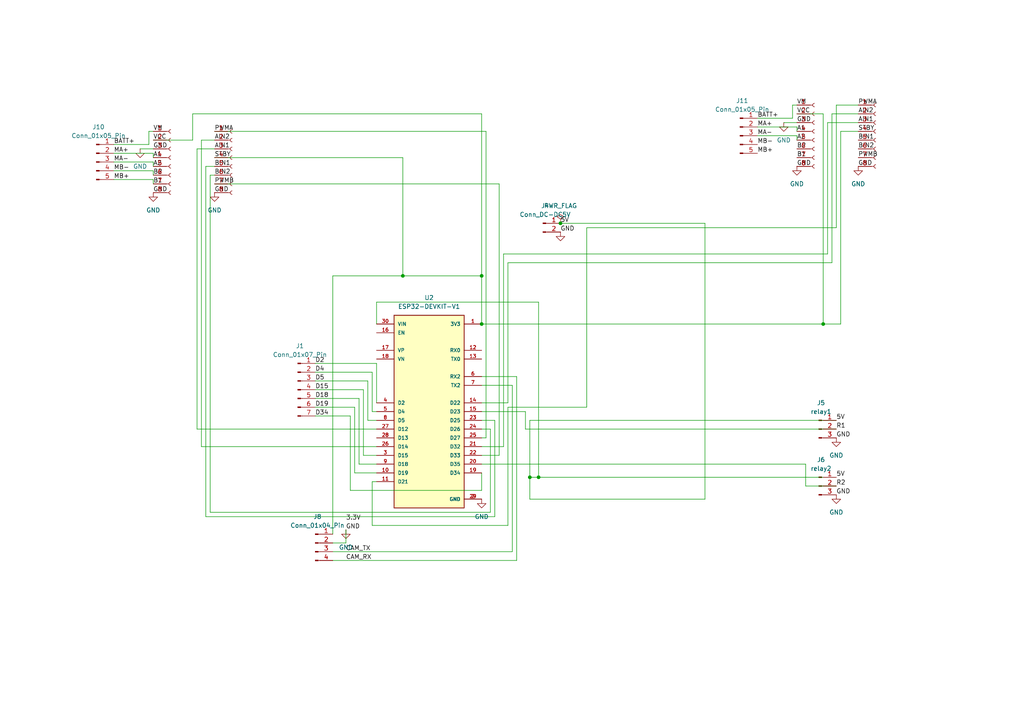
<source format=kicad_sch>
(kicad_sch (version 20250114) (generator "eeschema") (generator_version "9.0")
  (paper "A4")
  (title_block (title "quiche industrielle pcb") (date "09/03/2025") (company "quiche industrielle") (comment 1 "KAITO HUSKY"))
  (lib_symbols
    (symbol "Connector:Conn_01x02_Pin" (pin_names (offset 1.016) (hide yes))
      (property "Reference" "J" (at 0 2.54 0))
      (property "Value" "Conn_01x02_Pin" (at 0 -5.08 0))
      (symbol "Conn_01x02_Pin_1_1"
        (rectangle (start 0.8636 0.127) (end 0 -0.127) (stroke (width 0.1524)) (fill (type outline)))
        (rectangle (start 0.8636 -2.413) (end 0 -2.667) (stroke (width 0.1524)) (fill (type outline)))
        (polyline (pts (xy 1.27 0) (xy 0.8636 0)) (stroke (width 0.1524)))
        (polyline (pts (xy 1.27 -2.54) (xy 0.8636 -2.54)) (stroke (width 0.1524)))
        (pin passive line (at 5.08 0 180) (length 3.81) (name "Pin_1") (number "1"))
        (pin passive line (at 5.08 -2.54 180) (length 3.81) (name "Pin_2") (number "2"))
      )
    )
    (symbol "Connector:Conn_01x03_Pin" (pin_names (offset 1.016) (hide yes))
      (property "Reference" "J" (at 0 5.08 0))
      (property "Value" "Conn_01x03_Pin" (at 0 -5.08 0))
      (symbol "Conn_01x03_Pin_1_1"
        (rectangle (start 0.8636 2.667) (end 0 2.413) (stroke (width 0.1524)) (fill (type outline)))
        (rectangle (start 0.8636 0.127) (end 0 -0.127) (stroke (width 0.1524)) (fill (type outline)))
        (rectangle (start 0.8636 -2.413) (end 0 -2.667) (stroke (width 0.1524)) (fill (type outline)))
        (polyline (pts (xy 1.27 2.54) (xy 0.8636 2.54)) (stroke (width 0.1524)))
        (polyline (pts (xy 1.27 0) (xy 0.8636 0)) (stroke (width 0.1524)))
        (polyline (pts (xy 1.27 -2.54) (xy 0.8636 -2.54)) (stroke (width 0.1524)))
        (pin passive line (at 5.08 2.54 180) (length 3.81) (name "Pin_1") (number "1"))
        (pin passive line (at 5.08 0 180) (length 3.81) (name "Pin_2") (number "2"))
        (pin passive line (at 5.08 -2.54 180) (length 3.81) (name "Pin_3") (number "3"))
      )
    )
    (symbol "Connector:Conn_01x04_Pin" (pin_names (offset 1.016) (hide yes))
      (property "Reference" "J" (at 0 5.08 0))
      (property "Value" "Conn_01x04_Pin" (at 0 -7.62 0))
      (symbol "Conn_01x04_Pin_1_1"
        (rectangle (start 0.8636 2.667) (end 0 2.413) (stroke (width 0.1524)) (fill (type outline)))
        (rectangle (start 0.8636 0.127) (end 0 -0.127) (stroke (width 0.1524)) (fill (type outline)))
        (rectangle (start 0.8636 -2.413) (end 0 -2.667) (stroke (width 0.1524)) (fill (type outline)))
        (rectangle (start 0.8636 -4.953) (end 0 -5.207) (stroke (width 0.1524)) (fill (type outline)))
        (polyline (pts (xy 1.27 2.54) (xy 0.8636 2.54)) (stroke (width 0.1524)))
        (polyline (pts (xy 1.27 0) (xy 0.8636 0)) (stroke (width 0.1524)))
        (polyline (pts (xy 1.27 -2.54) (xy 0.8636 -2.54)) (stroke (width 0.1524)))
        (polyline (pts (xy 1.27 -5.08) (xy 0.8636 -5.08)) (stroke (width 0.1524)))
        (pin passive line (at 5.08 2.54 180) (length 3.81) (name "Pin_1") (number "1"))
        (pin passive line (at 5.08 0 180) (length 3.81) (name "Pin_2") (number "2"))
        (pin passive line (at 5.08 -2.54 180) (length 3.81) (name "Pin_3") (number "3"))
        (pin passive line (at 5.08 -5.08 180) (length 3.81) (name "Pin_4") (number "4"))
      )
    )
    (symbol "Connector:Conn_01x05_Pin" (pin_names (offset 1.016) (hide yes))
      (property "Reference" "J" (at 0 7.62 0))
      (property "Value" "Conn_01x05_Pin" (at 0 -7.62 0))
      (symbol "Conn_01x05_Pin_1_1"
        (rectangle (start 0.8636 5.207) (end 0 4.953) (stroke (width 0.1524)) (fill (type outline)))
        (rectangle (start 0.8636 2.667) (end 0 2.413) (stroke (width 0.1524)) (fill (type outline)))
        (rectangle (start 0.8636 0.127) (end 0 -0.127) (stroke (width 0.1524)) (fill (type outline)))
        (rectangle (start 0.8636 -2.413) (end 0 -2.667) (stroke (width 0.1524)) (fill (type outline)))
        (rectangle (start 0.8636 -4.953) (end 0 -5.207) (stroke (width 0.1524)) (fill (type outline)))
        (polyline (pts (xy 1.27 5.08) (xy 0.8636 5.08)) (stroke (width 0.1524)))
        (polyline (pts (xy 1.27 2.54) (xy 0.8636 2.54)) (stroke (width 0.1524)))
        (polyline (pts (xy 1.27 0) (xy 0.8636 0)) (stroke (width 0.1524)))
        (polyline (pts (xy 1.27 -2.54) (xy 0.8636 -2.54)) (stroke (width 0.1524)))
        (polyline (pts (xy 1.27 -5.08) (xy 0.8636 -5.08)) (stroke (width 0.1524)))
        (pin passive line (at 5.08 5.08 180) (length 3.81) (name "Pin_1") (number "1"))
        (pin passive line (at 5.08 2.54 180) (length 3.81) (name "Pin_2") (number "2"))
        (pin passive line (at 5.08 0 180) (length 3.81) (name "Pin_3") (number "3"))
        (pin passive line (at 5.08 -2.54 180) (length 3.81) (name "Pin_4") (number "4"))
        (pin passive line (at 5.08 -5.08 180) (length 3.81) (name "Pin_5") (number "5"))
      )
    )
    (symbol "Connector:Conn_01x07_Pin" (pin_names (offset 1.016) (hide yes))
      (property "Reference" "J" (at 0 10.16 0))
      (property "Value" "Conn_01x07_Pin" (at 0 -10.16 0))
      (symbol "Conn_01x07_Pin_1_1"
        (rectangle (start 0.8636 7.747) (end 0 7.493) (stroke (width 0.1524)) (fill (type outline)))
        (rectangle (start 0.8636 5.207) (end 0 4.953) (stroke (width 0.1524)) (fill (type outline)))
        (rectangle (start 0.8636 2.667) (end 0 2.413) (stroke (width 0.1524)) (fill (type outline)))
        (rectangle (start 0.8636 0.127) (end 0 -0.127) (stroke (width 0.1524)) (fill (type outline)))
        (rectangle (start 0.8636 -2.413) (end 0 -2.667) (stroke (width 0.1524)) (fill (type outline)))
        (rectangle (start 0.8636 -4.953) (end 0 -5.207) (stroke (width 0.1524)) (fill (type outline)))
        (rectangle (start 0.8636 -7.493) (end 0 -7.747) (stroke (width 0.1524)) (fill (type outline)))
        (polyline (pts (xy 1.27 7.62) (xy 0.8636 7.62)) (stroke (width 0.1524)))
        (polyline (pts (xy 1.27 5.08) (xy 0.8636 5.08)) (stroke (width 0.1524)))
        (polyline (pts (xy 1.27 2.54) (xy 0.8636 2.54)) (stroke (width 0.1524)))
        (polyline (pts (xy 1.27 0) (xy 0.8636 0)) (stroke (width 0.1524)))
        (polyline (pts (xy 1.27 -2.54) (xy 0.8636 -2.54)) (stroke (width 0.1524)))
        (polyline (pts (xy 1.27 -5.08) (xy 0.8636 -5.08)) (stroke (width 0.1524)))
        (polyline (pts (xy 1.27 -7.62) (xy 0.8636 -7.62)) (stroke (width 0.1524)))
        (pin passive line (at 5.08 7.62 180) (length 3.81) (name "Pin_1") (number "1"))
        (pin passive line (at 5.08 5.08 180) (length 3.81) (name "Pin_2") (number "2"))
        (pin passive line (at 5.08 2.54 180) (length 3.81) (name "Pin_3") (number "3"))
        (pin passive line (at 5.08 0 180) (length 3.81) (name "Pin_4") (number "4"))
        (pin passive line (at 5.08 -2.54 180) (length 3.81) (name "Pin_5") (number "5"))
        (pin passive line (at 5.08 -5.08 180) (length 3.81) (name "Pin_6") (number "6"))
        (pin passive line (at 5.08 -7.62 180) (length 3.81) (name "Pin_7") (number "7"))
      )
    )
    (symbol "Connector:Conn_01x08_Socket" (pin_names (offset 1.016) (hide yes))
      (property "Reference" "J" (at 0 10.16 0))
      (property "Value" "Conn_01x08_Socket" (at 0 -12.7 0))
      (symbol "Conn_01x08_Socket_1_1"
        (polyline (pts (xy -1.27 7.62) (xy -0.508 7.62)) (stroke (width 0.1524)))
        (polyline (pts (xy -1.27 5.08) (xy -0.508 5.08)) (stroke (width 0.1524)))
        (polyline (pts (xy -1.27 2.54) (xy -0.508 2.54)) (stroke (width 0.1524)))
        (polyline (pts (xy -1.27 0) (xy -0.508 0)) (stroke (width 0.1524)))
        (polyline (pts (xy -1.27 -2.54) (xy -0.508 -2.54)) (stroke (width 0.1524)))
        (polyline (pts (xy -1.27 -5.08) (xy -0.508 -5.08)) (stroke (width 0.1524)))
        (polyline (pts (xy -1.27 -7.62) (xy -0.508 -7.62)) (stroke (width 0.1524)))
        (polyline (pts (xy -1.27 -10.16) (xy -0.508 -10.16)) (stroke (width 0.1524)))
        (arc (start 0 7.112) (mid -0.5058 7.62) (end 0 8.128) (stroke (width 0.1524)))
        (arc (start 0 4.572) (mid -0.5058 5.08) (end 0 5.588) (stroke (width 0.1524)))
        (arc (start 0 2.032) (mid -0.5058 2.54) (end 0 3.048) (stroke (width 0.1524)))
        (arc (start 0 -0.508) (mid -0.5058 0) (end 0 0.508) (stroke (width 0.1524)))
        (arc (start 0 -3.048) (mid -0.5058 -2.54) (end 0 -2.032) (stroke (width 0.1524)))
        (arc (start 0 -5.588) (mid -0.5058 -5.08) (end 0 -4.572) (stroke (width 0.1524)))
        (arc (start 0 -8.128) (mid -0.5058 -7.62) (end 0 -7.112) (stroke (width 0.1524)))
        (arc (start 0 -10.668) (mid -0.5058 -10.16) (end 0 -9.652) (stroke (width 0.1524)))
        (pin passive line (at -5.08 7.62 0) (length 3.81) (name "Pin_1") (number "1"))
        (pin passive line (at -5.08 5.08 0) (length 3.81) (name "Pin_2") (number "2"))
        (pin passive line (at -5.08 2.54 0) (length 3.81) (name "Pin_3") (number "3"))
        (pin passive line (at -5.08 0 0) (length 3.81) (name "Pin_4") (number "4"))
        (pin passive line (at -5.08 -2.54 0) (length 3.81) (name "Pin_5") (number "5"))
        (pin passive line (at -5.08 -5.08 0) (length 3.81) (name "Pin_6") (number "6"))
        (pin passive line (at -5.08 -7.62 0) (length 3.81) (name "Pin_7") (number "7"))
        (pin passive line (at -5.08 -10.16 0) (length 3.81) (name "Pin_8") (number "8"))
      )
    )
    (symbol "ESP32-DEVKIT-V1:ESP32-DEVKIT-V1" (pin_names (offset 1.016))
      (property "Reference" "U" (at -10.16 30.48 0))
      (property "Value" "ESP32-DEVKIT-V1" (at -10.16 -30.48 0))
      (symbol "ESP32-DEVKIT-V1_0_0"
        (rectangle (start -10.16 -27.94) (end 10.16 27.94) (stroke (width 0.254)) (fill (type background)))
        (pin input line (at -15.24 25.4 0) (length 5.08) (name "VIN") (number "30"))
        (pin input line (at -15.24 22.86 0) (length 5.08) (name "EN") (number "16"))
        (pin bidirectional line (at -15.24 17.78 0) (length 5.08) (name "VP") (number "17"))
        (pin bidirectional line (at -15.24 15.24 0) (length 5.08) (name "VN") (number "18"))
        (pin bidirectional line (at -15.24 2.54 0) (length 5.08) (name "D2") (number "4"))
        (pin bidirectional line (at -15.24 0 0) (length 5.08) (name "D4") (number "5"))
        (pin bidirectional line (at -15.24 -2.54 0) (length 5.08) (name "D5") (number "8"))
        (pin bidirectional line (at -15.24 -5.08 0) (length 5.08) (name "D12") (number "27"))
        (pin bidirectional line (at -15.24 -7.62 0) (length 5.08) (name "D13") (number "28"))
        (pin bidirectional line (at -15.24 -10.16 0) (length 5.08) (name "D14") (number "26"))
        (pin bidirectional line (at -15.24 -12.7 0) (length 5.08) (name "D15") (number "3"))
        (pin bidirectional line (at -15.24 -15.24 0) (length 5.08) (name "D18") (number "9"))
        (pin bidirectional line (at -15.24 -17.78 0) (length 5.08) (name "D19") (number "10"))
        (pin bidirectional line (at -15.24 -20.32 0) (length 5.08) (name "D21") (number "11"))
        (pin output line (at 15.24 25.4 180) (length 5.08) (name "3V3") (number "1"))
        (pin input line (at 15.24 17.78 180) (length 5.08) (name "RX0") (number "12"))
        (pin output line (at 15.24 15.24 180) (length 5.08) (name "TX0") (number "13"))
        (pin input line (at 15.24 10.16 180) (length 5.08) (name "RX2") (number "6"))
        (pin output line (at 15.24 7.62 180) (length 5.08) (name "TX2") (number "7"))
        (pin bidirectional line (at 15.24 2.54 180) (length 5.08) (name "D22") (number "14"))
        (pin bidirectional line (at 15.24 0 180) (length 5.08) (name "D23") (number "15"))
        (pin bidirectional line (at 15.24 -2.54 180) (length 5.08) (name "D25") (number "23"))
        (pin bidirectional line (at 15.24 -5.08 180) (length 5.08) (name "D26") (number "24"))
        (pin bidirectional line (at 15.24 -7.62 180) (length 5.08) (name "D27") (number "25"))
        (pin bidirectional line (at 15.24 -10.16 180) (length 5.08) (name "D32") (number "21"))
        (pin bidirectional line (at 15.24 -12.7 180) (length 5.08) (name "D33") (number "22"))
        (pin bidirectional line (at 15.24 -15.24 180) (length 5.08) (name "D35") (number "20"))
        (pin bidirectional line (at 15.24 -17.78 180) (length 5.08) (name "D34") (number "19"))
        (pin power_in line (at 15.24 -25.4 180) (length 5.08) (name "GND") (number "2"))
        (pin power_in line (at 15.24 -25.4 180) (length 5.08) (name "GND") (number "29"))
      )
    )
    (symbol "power:GND" (power) (pin_numbers (hide yes)) (pin_names (offset 0) (hide yes))
      (property "Value" "GND" (at 0 -3.81 0))
      (symbol "GND_0_1"
        (polyline (pts (xy 0 0) (xy 0 -1.27) (xy 1.27 -1.27) (xy 0 -2.54) (xy -1.27 -1.27) (xy 0 -1.27)))
      )
      (symbol "GND_1_1"
        (pin power_in line (at 0 0 270) (length 0) (name "~") (number "1"))
      )
    )
    (symbol "power:PWR_FLAG" (power) (pin_numbers (hide yes)) (pin_names (offset 0) (hide yes))
      (property "Value" "PWR_FLAG" (at 0 3.81 0))
      (symbol "PWR_FLAG_0_0"
        (pin power_out line (at 0 0 90) (length 0) (name "~") (number "1"))
      )
      (symbol "PWR_FLAG_0_1"
        (polyline (pts (xy 0 0) (xy 0 1.27) (xy -1.016 1.905) (xy 0 2.54) (xy 1.016 1.905) (xy 0 1.27)))
      )
    )
  )
  (junction (at 153.67 138.43))
  (junction (at 116.84 80.01))
  (junction (at 156.21 138.43))
  (junction (at 139.7 80.01))
  (junction (at 162.56 64.77))
  (junction (at 139.7 93.98))
  (junction (at 238.76 93.98))
  (wire (pts (xy 219.71 34.29) (xy 229.87 34.29)))
  (wire (pts (xy 58.42 129.54) (xy 109.22 129.54)))
  (wire (pts (xy 162.56 64.77) (xy 204.47 64.77)))
  (wire (pts (xy 146.05 129.54) (xy 139.7 129.54)))
  (wire (pts (xy 170.18 66.04) (xy 242.57 66.04)))
  (wire (pts (xy 57.15 124.46) (xy 109.22 124.46)))
  (wire (pts (xy 219.71 36.83) (xy 231.14 36.83)))
  (wire (pts (xy 102.87 137.16) (xy 109.22 137.16)))
  (wire (pts (xy 62.23 43.18) (xy 57.15 43.18)))
  (wire (pts (xy 104.14 134.62) (xy 109.22 134.62)))
  (wire (pts (xy 204.47 64.77) (xy 204.47 144.78)))
  (wire (pts (xy 33.02 49.53) (xy 44.45 49.53)))
  (wire (pts (xy 62.23 38.1) (xy 140.97 38.1)))
  (wire (pts (xy 156.21 138.43) (xy 156.21 87.63)))
  (wire (pts (xy 107.95 107.95) (xy 107.95 119.38)))
  (wire (pts (xy 104.14 115.57) (xy 104.14 134.62)))
  (wire (pts (xy 62.23 45.72) (xy 116.84 45.72)))
  (wire (pts (xy 156.21 87.63) (xy 109.22 87.63)))
  (wire (pts (xy 109.22 121.92) (xy 106.68 121.92)))
  (wire (pts (xy 91.44 118.11) (xy 102.87 118.11)))
  (wire (pts (xy 107.95 119.38) (xy 109.22 119.38)))
  (wire (pts (xy 33.02 41.91) (xy 43.18 41.91)))
  (wire (pts (xy 240.03 35.56) (xy 248.92 35.56)))
  (wire (pts (xy 140.97 38.1) (xy 140.97 127)))
  (wire (pts (xy 204.47 144.78) (xy 153.67 144.78)))
  (wire (pts (xy 139.7 134.62) (xy 233.68 134.62)))
  (wire (pts (xy 58.42 40.64) (xy 58.42 129.54)))
  (wire (pts (xy 62.23 48.26) (xy 59.69 48.26)))
  (wire (pts (xy 44.45 52.07) (xy 44.45 53.34)))
  (wire (pts (xy 242.57 30.48) (xy 248.92 30.48)))
  (wire (pts (xy 106.68 121.92) (xy 106.68 110.49)))
  (wire (pts (xy 105.41 113.03) (xy 105.41 132.08)))
  (wire (pts (xy 149.86 109.22) (xy 139.7 109.22)))
  (wire (pts (xy 107.95 152.4) (xy 107.95 139.7)))
  (wire (pts (xy 106.68 110.49) (xy 91.44 110.49)))
  (wire (pts (xy 43.18 38.1) (xy 44.45 38.1)))
  (wire (pts (xy 43.18 41.91) (xy 43.18 38.1)))
  (wire (pts (xy 44.45 44.45) (xy 44.45 45.72)))
  (wire (pts (xy 59.69 48.26) (xy 59.69 149.86)))
  (wire (pts (xy 116.84 80.01) (xy 139.7 80.01)))
  (wire (pts (xy 55.88 40.64) (xy 55.88 33.02)))
  (wire (pts (xy 147.32 118.11) (xy 147.32 152.4)))
  (wire (pts (xy 144.78 53.34) (xy 144.78 132.08)))
  (wire (pts (xy 229.87 30.48) (xy 231.14 30.48)))
  (wire (pts (xy 101.6 120.65) (xy 101.6 142.24)))
  (wire (pts (xy 44.45 46.99) (xy 44.45 48.26)))
  (wire (pts (xy 142.24 148.59) (xy 142.24 124.46)))
  (wire (pts (xy 91.44 107.95) (xy 107.95 107.95)))
  (wire (pts (xy 33.02 52.07) (xy 44.45 52.07)))
  (wire (pts (xy 105.41 132.08) (xy 109.22 132.08)))
  (wire (pts (xy 139.7 121.92) (xy 143.51 121.92)))
  (wire (pts (xy 62.23 40.64) (xy 58.42 40.64)))
  (wire (pts (xy 40.64 43.18) (xy 44.45 43.18)))
  (wire (pts (xy 153.67 121.92) (xy 153.67 138.43)))
  (wire (pts (xy 170.18 118.11) (xy 147.32 118.11)))
  (wire (pts (xy 139.7 111.76) (xy 148.59 111.76)))
  (wire (pts (xy 55.88 33.02) (xy 139.7 33.02)))
  (wire (pts (xy 152.4 119.38) (xy 139.7 119.38)))
  (wire (pts (xy 233.68 140.97) (xy 242.57 140.97)))
  (wire (pts (xy 91.44 105.41) (xy 109.22 105.41)))
  (wire (pts (xy 229.87 34.29) (xy 229.87 30.48)))
  (wire (pts (xy 96.52 80.01) (xy 96.52 154.94)))
  (wire (pts (xy 147.32 76.2) (xy 241.3 76.2)))
  (wire (pts (xy 57.15 43.18) (xy 57.15 124.46)))
  (wire (pts (xy 60.96 50.8) (xy 60.96 148.59)))
  (wire (pts (xy 240.03 73.66) (xy 240.03 35.56)))
  (wire (pts (xy 231.14 39.37) (xy 231.14 40.64)))
  (wire (pts (xy 116.84 45.72) (xy 116.84 80.01)))
  (wire (pts (xy 107.95 139.7) (xy 109.22 139.7)))
  (wire (pts (xy 60.96 148.59) (xy 142.24 148.59)))
  (wire (pts (xy 243.84 93.98) (xy 238.76 93.98)))
  (wire (pts (xy 241.3 76.2) (xy 241.3 33.02)))
  (wire (pts (xy 144.78 132.08) (xy 139.7 132.08)))
  (wire (pts (xy 143.51 121.92) (xy 143.51 149.86)))
  (wire (pts (xy 91.44 120.65) (xy 101.6 120.65)))
  (wire (pts (xy 62.23 50.8) (xy 60.96 50.8)))
  (wire (pts (xy 91.44 113.03) (xy 105.41 113.03)))
  (wire (pts (xy 44.45 40.64) (xy 55.88 40.64)))
  (wire (pts (xy 139.7 80.01) (xy 139.7 93.98)))
  (wire (pts (xy 147.32 76.2) (xy 147.32 116.84)))
  (wire (pts (xy 238.76 33.02) (xy 238.76 93.98)))
  (wire (pts (xy 91.44 115.57) (xy 104.14 115.57)))
  (wire (pts (xy 153.67 138.43) (xy 156.21 138.43)))
  (wire (pts (xy 238.76 93.98) (xy 139.7 93.98)))
  (wire (pts (xy 139.7 116.84) (xy 147.32 116.84)))
  (wire (pts (xy 243.84 38.1) (xy 243.84 93.98)))
  (wire (pts (xy 231.14 36.83) (xy 231.14 38.1)))
  (wire (pts (xy 148.59 111.76) (xy 148.59 160.02)))
  (wire (pts (xy 142.24 124.46) (xy 139.7 124.46)))
  (wire (pts (xy 109.22 105.41) (xy 109.22 116.84)))
  (wire (pts (xy 153.67 138.43) (xy 153.67 144.78)))
  (wire (pts (xy 33.02 44.45) (xy 44.45 44.45)))
  (wire (pts (xy 227.33 35.56) (xy 231.14 35.56)))
  (wire (pts (xy 147.32 152.4) (xy 107.95 152.4)))
  (wire (pts (xy 96.52 80.01) (xy 116.84 80.01)))
  (wire (pts (xy 146.05 73.66) (xy 240.03 73.66)))
  (wire (pts (xy 242.57 124.46) (xy 152.4 124.46)))
  (wire (pts (xy 139.7 142.24) (xy 139.7 137.16)))
  (wire (pts (xy 146.05 73.66) (xy 146.05 129.54)))
  (wire (pts (xy 96.52 160.02) (xy 148.59 160.02)))
  (wire (pts (xy 102.87 118.11) (xy 102.87 137.16)))
  (wire (pts (xy 242.57 121.92) (xy 153.67 121.92)))
  (wire (pts (xy 62.23 53.34) (xy 144.78 53.34)))
  (wire (pts (xy 101.6 142.24) (xy 139.7 142.24)))
  (wire (pts (xy 231.14 33.02) (xy 238.76 33.02)))
  (wire (pts (xy 139.7 33.02) (xy 139.7 80.01)))
  (wire (pts (xy 248.92 38.1) (xy 243.84 38.1)))
  (wire (pts (xy 96.52 157.48) (xy 100.33 157.48)))
  (wire (pts (xy 152.4 124.46) (xy 152.4 119.38)))
  (wire (pts (xy 33.02 46.99) (xy 44.45 46.99)))
  (wire (pts (xy 219.71 39.37) (xy 231.14 39.37)))
  (wire (pts (xy 44.45 49.53) (xy 44.45 50.8)))
  (wire (pts (xy 156.21 138.43) (xy 242.57 138.43)))
  (wire (pts (xy 241.3 33.02) (xy 248.92 33.02)))
  (wire (pts (xy 149.86 162.56) (xy 149.86 109.22)))
  (wire (pts (xy 233.68 134.62) (xy 233.68 140.97)))
  (wire (pts (xy 100.33 157.48) (xy 100.33 153.67)))
  (wire (pts (xy 242.57 66.04) (xy 242.57 30.48)))
  (wire (pts (xy 170.18 66.04) (xy 170.18 118.11)))
  (wire (pts (xy 109.22 87.63) (xy 109.22 93.98)))
  (wire (pts (xy 143.51 149.86) (xy 59.69 149.86)))
  (wire (pts (xy 96.52 162.56) (xy 149.86 162.56)))
  (wire (pts (xy 140.97 127) (xy 139.7 127)))
  (label "D5" (at 91.44 110.49 0))
  (label "VCC" (at 231.14 33.02 0))
  (label "VM" (at 44.45 38.1 0))
  (label "BATT+" (at 33.02 41.91 0))
  (label "GND" (at 231.14 35.56 0))
  (label "D2" (at 91.44 105.41 0))
  (label "BIN1" (at 248.92 40.64 0))
  (label "GND" (at 62.23 55.88 0))
  (label "5V" (at 242.57 121.92 0))
  (label "VM" (at 231.14 30.48 0))
  (label "GND" (at 162.56 67.31 0))
  (label "D19" (at 91.44 118.11 0))
  (label "B1" (at 44.45 53.34 0))
  (label "D34" (at 91.44 120.65 0))
  (label "GND" (at 231.14 48.26 0))
  (label "AIN2" (at 62.23 40.64 0))
  (label "B2" (at 231.14 43.18 0))
  (label "CAM_TX" (at 100.33 160.02 0))
  (label "MB-" (at 219.71 41.91 0))
  (label "MB+" (at 219.71 44.45 0))
  (label "BATT+" (at 219.71 34.29 0))
  (label "MA-" (at 33.02 46.99 0))
  (label "AIN2" (at 248.92 33.02 0))
  (label "BIN2" (at 248.92 43.18 0))
  (label "A2" (at 44.45 48.26 0))
  (label "GND" (at 100.33 153.67 0))
  (label "GND" (at 44.45 43.18 0))
  (label "GND" (at 242.57 143.51 0))
  (label "MA+" (at 33.02 44.45 0))
  (label "BIN2" (at 62.23 50.8 0))
  (label "5V" (at 242.57 138.43 0))
  (label "MB-" (at 33.02 49.53 0))
  (label "GND" (at 242.57 127 0))
  (label "MA-" (at 219.71 39.37 0))
  (label "CAM_RX" (at 100.33 162.56 0))
  (label "PWMB" (at 62.23 53.34 0))
  (label "A2" (at 231.14 40.64 0))
  (label "3.3V" (at 100.33 151.13 0))
  (label "STBY" (at 248.92 38.1 0))
  (label "D4" (at 91.44 107.95 0))
  (label "D18" (at 91.44 115.57 0))
  (label "R1" (at 242.57 124.46 0))
  (label "GND" (at 44.45 55.88 0))
  (label "A1" (at 231.14 38.1 0))
  (label "MA+" (at 219.71 36.83 0))
  (label "D15" (at 91.44 113.03 0))
  (label "PWMB" (at 248.92 45.72 0))
  (label "AIN1" (at 248.92 35.56 0))
  (label "MB+" (at 33.02 52.07 0))
  (label "PWMA" (at 62.23 38.1 0))
  (label "AIN1" (at 62.23 43.18 0))
  (label "R2" (at 242.57 140.97 0))
  (label "VCC" (at 44.45 40.64 0))
  (label "GND" (at 248.92 48.26 0))
  (label "B2" (at 44.45 50.8 0))
  (label "B1" (at 231.14 45.72 0))
  (label "A1" (at 44.45 45.72 0))
  (label "PWMA" (at 248.92 30.48 0))
  (label "BIN1" (at 62.23 48.26 0))
  (label "STBY" (at 62.23 45.72 0))
  (label "5V" (at 162.56 64.77 0))
  (symbol (lib_id "Connector:Conn_01x07_Pin") (at 86.36 113.03 0) (unit 1)
    (property "Reference" "J1" (at 86.995 100.33 0))
    (property "Value" "Conn_01x07_Pin" (at 86.995 102.87 0))
    (property "Footprint" "Connector_PinHeader_2.54mm:PinHeader_1x07_P2.54mm_Vertical" (effects (hide yes)))
    (property "Description" "Generic connector, single row, 01x07, script generated" (effects (hide yes)))
  )
  (symbol (lib_id "ESP32-DEVKIT-V1:ESP32-DEVKIT-V1") (at 124.46 119.38 0) (unit 1)
    (property "Reference" "U2" (at 124.46 86.36 0))
    (property "Value" "ESP32-DEVKIT-V1" (at 124.46 88.9 0))
    (property "Footprint" "ESP32-DEVKIT-V1:MODULE_ESP32_DEVKIT_V1" (effects (hide yes)))
    (property "MF" "Do it" (effects (hide yes)))
    (property "MAXIMUM_PACKAGE_HEIGHT" "6.8 mm" (effects (hide yes)))
    (property "Package" "None" (effects (hide yes)))
    (property "Price" "None" (effects (hide yes)))
    (property "Check_prices" "https://www.snapeda.com/parts/ESP32-DEVKIT-V1/Do+it/view-part/?ref=eda" (effects (hide yes)))
    (property "STANDARD" "Manufacturer Recommendations" (effects (hide yes)))
    (property "PARTREV" "N/A" (effects (hide yes)))
    (property "SnapEDA_Link" "https://www.snapeda.com/parts/ESP32-DEVKIT-V1/Do+it/view-part/?ref=snap" (effects (hide yes)))
    (property "MP" "ESP32-DEVKIT-V1" (effects (hide yes)))
    (property "Description_1" "Dual core, Wi-Fi: 2.4 GHz up to 150 Mbits/s,BLE (Bluetooth Low Energy) and legacy Bluetooth, 32 bits, Up to 240 MHz" (effects (hide yes)))
    (property "Availability" "Not in stock" (effects (hide yes)))
    (property "MANUFACTURER" "DOIT" (effects (hide yes)))
  )
  (symbol (lib_id "power:GND") (at 44.45 55.88 0) (unit 1)
    (property "Reference" "#PWR01" (effects (hide yes)))
    (property "Value" "GND" (at 44.45 60.96 0))
    (property "Description" "Power symbol creates a global label with name \"GND\" , ground" (effects (hide yes)))
  )
  (symbol (lib_id "Connector:Conn_01x08_Socket") (at 49.53 45.72 0) (unit 1)
    (property "Reference" "J2" (effects (hide yes)))
    (property "Value" "Conn_01x08_Socket" (effects (hide yes)))
    (property "Footprint" "Connector_PinSocket_2.54mm:PinSocket_1x08_P2.54mm_Vertical" (effects (hide yes)))
    (property "Description" "Generic connector, single row, 01x08, script generated" (effects (hide yes)))
  )
  (symbol (lib_id "Connector:Conn_01x08_Socket") (at 254 38.1 0) (unit 1)
    (property "Reference" "J9" (effects (hide yes)))
    (property "Value" "Conn_01x08_Socket" (effects (hide yes)))
    (property "Footprint" "Connector_PinSocket_2.54mm:PinSocket_1x08_P2.54mm_Vertical" (effects (hide yes)))
    (property "Description" "Generic connector, single row, 01x08, script generated" (effects (hide yes)))
  )
  (symbol (lib_id "Connector:Conn_01x05_Pin") (at 27.94 46.99 0) (unit 1)
    (property "Reference" "J10" (at 28.575 36.83 0))
    (property "Value" "Conn_01x05_Pin" (at 28.575 39.37 0))
    (property "Footprint" "Connector_PinHeader_2.54mm:PinHeader_1x05_P2.54mm_Vertical" (effects (hide yes)))
    (property "Description" "Generic connector, single row, 01x05, script generated" (effects (hide yes)))
  )
  (symbol (lib_id "Connector:Conn_01x03_Pin") (at 237.49 140.97 0) (unit 1)
    (property "Reference" "J6" (at 238.125 133.35 0))
    (property "Value" "relay2" (at 238.125 135.89 0))
    (property "Footprint" "Connector_PinHeader_2.54mm:PinHeader_1x03_P2.54mm_Vertical" (effects (hide yes)))
    (property "Description" "Generic connector, single row, 01x03, script generated" (effects (hide yes)))
  )
  (symbol (lib_id "power:GND") (at 139.7 144.78 0) (unit 1)
    (property "Reference" "#PWR015" (effects (hide yes)))
    (property "Value" "GND" (at 139.7 149.86 0))
    (property "Description" "Power symbol creates a global label with name \"GND\" , ground" (effects (hide yes)))
  )
  (symbol (lib_id "Connector:Conn_01x03_Pin") (at 237.49 124.46 0) (unit 1)
    (property "Reference" "J5" (at 238.125 116.84 0))
    (property "Value" "relay1" (at 238.125 119.38 0))
    (property "Footprint" "Connector_PinHeader_2.54mm:PinHeader_1x03_P2.54mm_Vertical" (effects (hide yes)))
    (property "Description" "Generic connector, single row, 01x03, script generated" (effects (hide yes)))
  )
  (symbol (lib_id "power:GND") (at 242.57 127 0) (unit 1)
    (property "Reference" "#PWR013" (effects (hide yes)))
    (property "Value" "GND" (at 242.57 132.08 0))
    (property "Description" "Power symbol creates a global label with name \"GND\" , ground" (effects (hide yes)))
  )
  (symbol (lib_id "power:GND") (at 40.64 43.18 0) (unit 1)
    (property "Reference" "#PWR03" (effects (hide yes)))
    (property "Value" "GND" (at 40.64 48.26 0))
    (property "Description" "Power symbol creates a global label with name \"GND\" , ground" (effects (hide yes)))
  )
  (symbol (lib_id "power:PWR_FLAG") (at 162.56 64.77 0) (unit 1)
    (property "Reference" "#FLG03" (effects (hide yes)))
    (property "Value" "PWR_FLAG" (at 162.56 59.69 0))
    (property "Description" "Special symbol for telling ERC where power comes from" (effects (hide yes)))
  )
  (symbol (lib_id "power:GND") (at 62.23 55.88 0) (unit 1)
    (property "Reference" "#PWR02" (effects (hide yes)))
    (property "Value" "GND" (at 62.23 60.96 0))
    (property "Description" "Power symbol creates a global label with name \"GND\" , ground" (effects (hide yes)))
  )
  (symbol (lib_id "power:GND") (at 248.92 48.26 0) (unit 1)
    (property "Reference" "#PWR06" (effects (hide yes)))
    (property "Value" "GND" (at 248.92 53.34 0))
    (property "Description" "Power symbol creates a global label with name \"GND\" , ground" (effects (hide yes)))
  )
  (symbol (lib_id "power:GND") (at 231.14 48.26 0) (unit 1)
    (property "Reference" "#PWR05" (effects (hide yes)))
    (property "Value" "GND" (at 231.14 53.34 0))
    (property "Description" "Power symbol creates a global label with name \"GND\" , ground" (effects (hide yes)))
  )
  (symbol (lib_id "power:GND") (at 242.57 143.51 0) (unit 1)
    (property "Reference" "#PWR014" (effects (hide yes)))
    (property "Value" "GND" (at 242.57 148.59 0))
    (property "Description" "Power symbol creates a global label with name \"GND\" , ground" (effects (hide yes)))
  )
  (symbol (lib_id "Connector:Conn_01x05_Pin") (at 214.63 39.37 0) (unit 1)
    (property "Reference" "J11" (at 215.265 29.21 0))
    (property "Value" "Conn_01x05_Pin" (at 215.265 31.75 0))
    (property "Footprint" "Connector_PinHeader_2.54mm:PinHeader_1x05_P2.54mm_Vertical" (effects (hide yes)))
    (property "Description" "Generic connector, single row, 01x05, script generated" (effects (hide yes)))
  )
  (symbol (lib_id "Connector:Conn_01x08_Socket") (at 67.31 45.72 0) (unit 1)
    (property "Reference" "J3" (effects (hide yes)))
    (property "Value" "Conn_01x08_Socket" (effects (hide yes)))
    (property "Footprint" "Connector_PinSocket_2.54mm:PinSocket_1x08_P2.54mm_Vertical" (effects (hide yes)))
    (property "Description" "Generic connector, single row, 01x08, script generated" (effects (hide yes)))
  )
  (symbol (lib_id "Connector:Conn_01x02_Pin") (at 157.48 64.77 0) (unit 1)
    (property "Reference" "J4" (at 158.115 59.69 0))
    (property "Value" "Conn_DC-DC5V" (at 158.115 62.23 0))
    (property "Footprint" "Connector_PinHeader_2.54mm:PinHeader_1x02_P2.54mm_Vertical" (effects (hide yes)))
    (property "Description" "Generic connector, single row, 01x02, script generated" (effects (hide yes)))
  )
  (symbol (lib_id "power:GND") (at 162.56 67.31 0) (unit 1)
    (property "Reference" "#PWR012" (effects (hide yes)))
    (property "Value" "GND" (effects (hide yes)))
    (property "Description" "Power symbol creates a global label with name \"GND\" , ground" (effects (hide yes)))
  )
  (symbol (lib_id "Connector:Conn_01x04_Pin") (at 91.44 157.48 0) (unit 1)
    (property "Reference" "J8" (at 92.075 149.86 0))
    (property "Value" "Conn_01x04_Pin" (at 92.075 152.4 0))
    (property "Footprint" "Connector_PinHeader_2.54mm:PinHeader_1x04_P2.54mm_Vertical" (effects (hide yes)))
    (property "Description" "Generic connector, single row, 01x04, script generated" (effects (hide yes)))
  )
  (symbol (lib_id "Connector:Conn_01x08_Socket") (at 236.22 38.1 0) (unit 1)
    (property "Reference" "J7" (effects (hide yes)))
    (property "Value" "Conn_01x08_Socket" (effects (hide yes)))
    (property "Footprint" "Connector_PinSocket_2.54mm:PinSocket_1x08_P2.54mm_Vertical" (effects (hide yes)))
    (property "Description" "Generic connector, single row, 01x08, script generated" (effects (hide yes)))
  )
  (symbol (lib_id "power:GND") (at 100.33 153.67 0) (unit 1)
    (property "Reference" "#PWR011" (effects (hide yes)))
    (property "Value" "GND" (at 100.33 158.75 0))
    (property "Description" "Power symbol creates a global label with name \"GND\" , ground" (effects (hide yes)))
  )
  (symbol (lib_id "power:GND") (at 227.33 35.56 0) (unit 1)
    (property "Reference" "#PWR04" (effects (hide yes)))
    (property "Value" "GND" (at 227.33 40.64 0))
    (property "Description" "Power symbol creates a global label with name \"GND\" , ground" (effects (hide yes)))
  )
)
</source>
